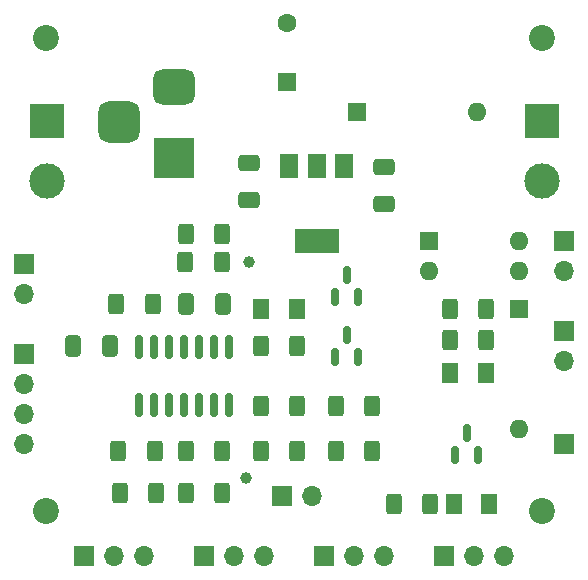
<source format=gts>
%TF.GenerationSoftware,KiCad,Pcbnew,6.0.2+dfsg-1*%
%TF.CreationDate,2023-09-26T22:36:55+02:00*%
%TF.ProjectId,presence_sensor,70726573-656e-4636-955f-73656e736f72,rev?*%
%TF.SameCoordinates,Original*%
%TF.FileFunction,Soldermask,Top*%
%TF.FilePolarity,Negative*%
%FSLAX46Y46*%
G04 Gerber Fmt 4.6, Leading zero omitted, Abs format (unit mm)*
G04 Created by KiCad (PCBNEW 6.0.2+dfsg-1) date 2023-09-26 22:36:55*
%MOMM*%
%LPD*%
G01*
G04 APERTURE LIST*
G04 Aperture macros list*
%AMRoundRect*
0 Rectangle with rounded corners*
0 $1 Rounding radius*
0 $2 $3 $4 $5 $6 $7 $8 $9 X,Y pos of 4 corners*
0 Add a 4 corners polygon primitive as box body*
4,1,4,$2,$3,$4,$5,$6,$7,$8,$9,$2,$3,0*
0 Add four circle primitives for the rounded corners*
1,1,$1+$1,$2,$3*
1,1,$1+$1,$4,$5*
1,1,$1+$1,$6,$7*
1,1,$1+$1,$8,$9*
0 Add four rect primitives between the rounded corners*
20,1,$1+$1,$2,$3,$4,$5,0*
20,1,$1+$1,$4,$5,$6,$7,0*
20,1,$1+$1,$6,$7,$8,$9,0*
20,1,$1+$1,$8,$9,$2,$3,0*%
G04 Aperture macros list end*
%ADD10C,2.200000*%
%ADD11RoundRect,0.150000X0.150000X-0.587500X0.150000X0.587500X-0.150000X0.587500X-0.150000X-0.587500X0*%
%ADD12R,1.500000X2.000000*%
%ADD13R,3.800000X2.000000*%
%ADD14R,1.700000X1.700000*%
%ADD15O,1.700000X1.700000*%
%ADD16R,3.500000X3.500000*%
%ADD17RoundRect,0.750000X-1.000000X0.750000X-1.000000X-0.750000X1.000000X-0.750000X1.000000X0.750000X0*%
%ADD18RoundRect,0.875000X-0.875000X0.875000X-0.875000X-0.875000X0.875000X-0.875000X0.875000X0.875000X0*%
%ADD19RoundRect,0.250001X-0.462499X-0.624999X0.462499X-0.624999X0.462499X0.624999X-0.462499X0.624999X0*%
%ADD20RoundRect,0.250000X-0.400000X-0.625000X0.400000X-0.625000X0.400000X0.625000X-0.400000X0.625000X0*%
%ADD21R,3.000000X3.000000*%
%ADD22C,3.000000*%
%ADD23RoundRect,0.250000X0.412500X0.650000X-0.412500X0.650000X-0.412500X-0.650000X0.412500X-0.650000X0*%
%ADD24RoundRect,0.250000X0.400000X0.625000X-0.400000X0.625000X-0.400000X-0.625000X0.400000X-0.625000X0*%
%ADD25R,1.600000X1.600000*%
%ADD26O,1.600000X1.600000*%
%ADD27RoundRect,0.250000X-0.650000X0.412500X-0.650000X-0.412500X0.650000X-0.412500X0.650000X0.412500X0*%
%ADD28C,1.600000*%
%ADD29C,1.000000*%
%ADD30RoundRect,0.250001X0.462499X0.624999X-0.462499X0.624999X-0.462499X-0.624999X0.462499X-0.624999X0*%
%ADD31RoundRect,0.150000X0.150000X-0.825000X0.150000X0.825000X-0.150000X0.825000X-0.150000X-0.825000X0*%
%ADD32RoundRect,0.250000X0.650000X-0.412500X0.650000X0.412500X-0.650000X0.412500X-0.650000X-0.412500X0*%
G04 APERTURE END LIST*
D10*
%TO.C,REF\u002A\u002A*%
X96000000Y-94000000D03*
%TD*%
%TO.C,REF\u002A\u002A*%
X54000000Y-94000000D03*
%TD*%
%TO.C,REF\u002A\u002A*%
X96000000Y-54000000D03*
%TD*%
%TO.C,REF\u002A\u002A*%
X54000000Y-54000000D03*
%TD*%
D11*
%TO.C,Q40*%
X88655000Y-89272500D03*
X90555000Y-89272500D03*
X89605000Y-87397500D03*
%TD*%
D12*
%TO.C,U50*%
X79205000Y-64850000D03*
D13*
X76905000Y-71150000D03*
D12*
X76905000Y-64850000D03*
X74605000Y-64850000D03*
%TD*%
D14*
%TO.C,J40*%
X97860000Y-78810000D03*
D15*
X97860000Y-81350000D03*
%TD*%
D14*
%TO.C,J31*%
X97860000Y-71190000D03*
D15*
X97860000Y-73730000D03*
%TD*%
D16*
%TO.C,J50*%
X64840000Y-64109000D03*
D17*
X64840000Y-58109000D03*
D18*
X60140000Y-61109000D03*
%TD*%
D19*
%TO.C,D10*%
X72242500Y-76905000D03*
X75217500Y-76905000D03*
%TD*%
D20*
%TO.C,R20*%
X72180000Y-85160000D03*
X75280000Y-85160000D03*
%TD*%
D21*
%TO.C,J51*%
X54045000Y-61030000D03*
D22*
X54045000Y-66110000D03*
%TD*%
D20*
%TO.C,R21*%
X78530000Y-88970000D03*
X81630000Y-88970000D03*
%TD*%
D14*
%TO.C,J30*%
X97860000Y-88335000D03*
%TD*%
D23*
%TO.C,C1*%
X59417500Y-80080000D03*
X56292500Y-80080000D03*
%TD*%
D14*
%TO.C,J10*%
X52140000Y-73090000D03*
D15*
X52140000Y-75630000D03*
%TD*%
D14*
%TO.C,J2*%
X77555000Y-97860000D03*
D15*
X80095000Y-97860000D03*
X82635000Y-97860000D03*
%TD*%
D20*
%TO.C,R4*%
X65830000Y-92526000D03*
X68930000Y-92526000D03*
%TD*%
D24*
%TO.C,R30*%
X91282000Y-79572000D03*
X88182000Y-79572000D03*
%TD*%
D20*
%TO.C,R3*%
X60242000Y-92526000D03*
X63342000Y-92526000D03*
%TD*%
D25*
%TO.C,D50*%
X80334000Y-60268000D03*
D26*
X90494000Y-60268000D03*
%TD*%
D11*
%TO.C,Q30*%
X78495000Y-75937500D03*
X80395000Y-75937500D03*
X79445000Y-74062500D03*
%TD*%
D27*
%TO.C,C51*%
X71190000Y-64547500D03*
X71190000Y-67672500D03*
%TD*%
D20*
%TO.C,R10*%
X65830000Y-70555000D03*
X68930000Y-70555000D03*
%TD*%
D25*
%TO.C,C50*%
X74365000Y-57717651D03*
D28*
X74365000Y-52717651D03*
%TD*%
D29*
%TO.C,TP3*%
X70936000Y-91256000D03*
%TD*%
%TO.C,TP10*%
X71190000Y-72968000D03*
%TD*%
D14*
%TO.C,J3*%
X67395000Y-97860000D03*
D15*
X69935000Y-97860000D03*
X72475000Y-97860000D03*
%TD*%
D24*
%TO.C,R2*%
X63215000Y-88970000D03*
X60115000Y-88970000D03*
%TD*%
%TO.C,R31*%
X91282000Y-76905000D03*
X88182000Y-76905000D03*
%TD*%
D20*
%TO.C,R1*%
X72180000Y-88970000D03*
X75280000Y-88970000D03*
%TD*%
D24*
%TO.C,R100*%
X63062000Y-76524000D03*
X59962000Y-76524000D03*
%TD*%
D20*
%TO.C,R23*%
X78530000Y-85160000D03*
X81630000Y-85160000D03*
%TD*%
D23*
%TO.C,C10*%
X68981000Y-76524000D03*
X65856000Y-76524000D03*
%TD*%
D30*
%TO.C,D30*%
X91219500Y-82366000D03*
X88244500Y-82366000D03*
%TD*%
D14*
%TO.C,J1*%
X57220000Y-97860000D03*
D15*
X59760000Y-97860000D03*
X62300000Y-97860000D03*
%TD*%
%TO.C,J5*%
X52140000Y-88335000D03*
X52140000Y-85795000D03*
X52140000Y-83255000D03*
D14*
X52140000Y-80715000D03*
%TD*%
D24*
%TO.C,R5*%
X68930000Y-88970000D03*
X65830000Y-88970000D03*
%TD*%
D31*
%TO.C,U1*%
X61860000Y-85095000D03*
X63130000Y-85095000D03*
X64400000Y-85095000D03*
X65670000Y-85095000D03*
X66940000Y-85095000D03*
X68210000Y-85095000D03*
X69480000Y-85095000D03*
X69480000Y-80145000D03*
X68210000Y-80145000D03*
X66940000Y-80145000D03*
X65670000Y-80145000D03*
X64400000Y-80145000D03*
X63130000Y-80145000D03*
X61860000Y-80145000D03*
%TD*%
D26*
%TO.C,D40*%
X94050000Y-87065000D03*
D25*
X94050000Y-76905000D03*
%TD*%
D24*
%TO.C,R11*%
X68904000Y-72968000D03*
X65804000Y-72968000D03*
%TD*%
D25*
%TO.C,U30*%
X86440000Y-71185000D03*
D26*
X86440000Y-73725000D03*
X94060000Y-73725000D03*
X94060000Y-71185000D03*
%TD*%
D14*
%TO.C,J4*%
X87700000Y-97860000D03*
D15*
X90240000Y-97860000D03*
X92780000Y-97860000D03*
%TD*%
D21*
%TO.C,J52*%
X95955000Y-61030000D03*
D22*
X95955000Y-66110000D03*
%TD*%
D19*
%TO.C,D60*%
X88512500Y-93415000D03*
X91487500Y-93415000D03*
%TD*%
D24*
%TO.C,R22*%
X75280000Y-80080000D03*
X72180000Y-80080000D03*
%TD*%
D14*
%TO.C,J6*%
X73984000Y-92780000D03*
D15*
X76524000Y-92780000D03*
%TD*%
D11*
%TO.C,Q20*%
X78495000Y-81017500D03*
X80395000Y-81017500D03*
X79445000Y-79142500D03*
%TD*%
D24*
%TO.C,R60*%
X86550000Y-93415000D03*
X83450000Y-93415000D03*
%TD*%
D32*
%TO.C,C52*%
X82620000Y-68053500D03*
X82620000Y-64928500D03*
%TD*%
M02*

</source>
